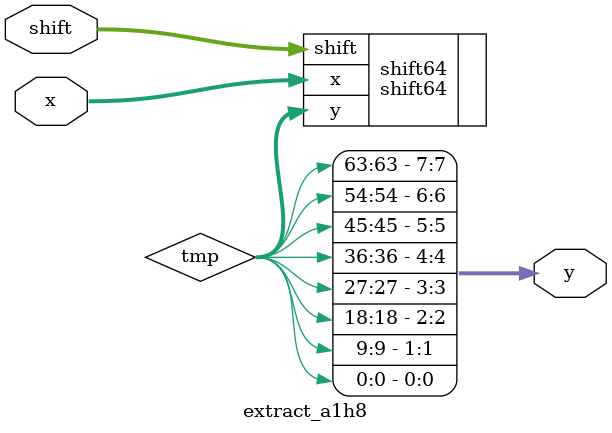
<source format=sv>
module extract_a1h8(
  input wire [63:0] x,
  input wire [3:0] shift,
  output wire [7:0] y
);

wire [63:0] tmp;

shift64 shift64(
  .x(x),
  .shift(shift),
  .y(tmp));
assign y = {tmp[63], tmp[54], tmp[45], tmp[36], tmp[27], tmp[18], tmp[9], tmp[0]};

endmodule


</source>
